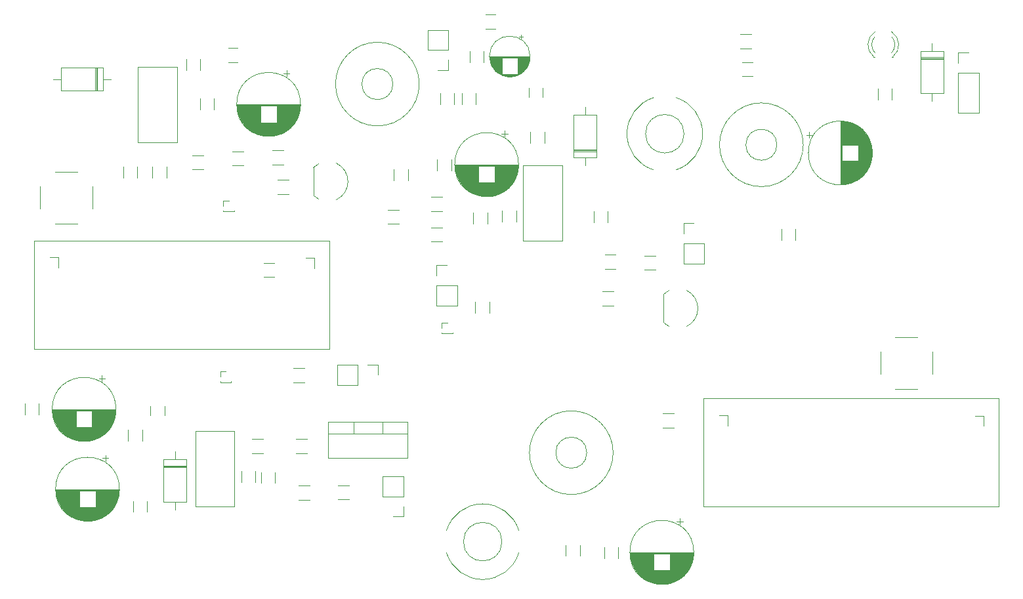
<source format=gbr>
%TF.GenerationSoftware,KiCad,Pcbnew,(6.0.7)*%
%TF.CreationDate,2023-02-10T17:21:08-05:00*%
%TF.ProjectId,Phoenix612_MultiStage_PA_Testing_v3,50686f65-6e69-4783-9631-325f4d756c74,rev?*%
%TF.SameCoordinates,Original*%
%TF.FileFunction,Legend,Top*%
%TF.FilePolarity,Positive*%
%FSLAX46Y46*%
G04 Gerber Fmt 4.6, Leading zero omitted, Abs format (unit mm)*
G04 Created by KiCad (PCBNEW (6.0.7)) date 2023-02-10 17:21:08*
%MOMM*%
%LPD*%
G01*
G04 APERTURE LIST*
%ADD10C,0.120000*%
G04 APERTURE END LIST*
D10*
%TO.C,C31*%
X90146000Y-27414888D02*
X88838000Y-27414888D01*
X92885000Y-28294888D02*
X92226000Y-28294888D01*
X92505000Y-28574888D02*
X92226000Y-28574888D01*
X92569000Y-28534888D02*
X92226000Y-28534888D01*
X90146000Y-26813888D02*
X88650000Y-26813888D01*
X93433000Y-27614888D02*
X92226000Y-27614888D01*
X93766000Y-26333888D02*
X88606000Y-26333888D01*
X90146000Y-27494888D02*
X88876000Y-27494888D01*
X90146000Y-28174888D02*
X89360000Y-28174888D01*
X90146000Y-27774888D02*
X89037000Y-27774888D01*
X90146000Y-27054888D02*
X88706000Y-27054888D01*
X90146000Y-27814888D02*
X89064000Y-27814888D01*
X92629000Y-28494888D02*
X92226000Y-28494888D01*
X93765000Y-26413888D02*
X88607000Y-26413888D01*
X93221000Y-27934888D02*
X92226000Y-27934888D01*
X91704000Y-28894888D02*
X90668000Y-28894888D01*
X93641000Y-27134888D02*
X92226000Y-27134888D01*
X93410000Y-27654888D02*
X92226000Y-27654888D01*
X90146000Y-27454888D02*
X88857000Y-27454888D01*
X90146000Y-28254888D02*
X89443000Y-28254888D01*
X90146000Y-27974888D02*
X89182000Y-27974888D01*
X90146000Y-28574888D02*
X89867000Y-28574888D01*
X90146000Y-28614888D02*
X89935000Y-28614888D01*
X90146000Y-28134888D02*
X89322000Y-28134888D01*
X90146000Y-26893888D02*
X88666000Y-26893888D01*
X93722000Y-26813888D02*
X92226000Y-26813888D01*
X93666000Y-27054888D02*
X92226000Y-27054888D01*
X93600000Y-27254888D02*
X92226000Y-27254888D01*
X90146000Y-27013888D02*
X88695000Y-27013888D01*
X91863000Y-28854888D02*
X90509000Y-28854888D01*
X93361000Y-27734888D02*
X92226000Y-27734888D01*
X90146000Y-27094888D02*
X88718000Y-27094888D01*
X92971000Y-28214888D02*
X92226000Y-28214888D01*
X90146000Y-28494888D02*
X89743000Y-28494888D01*
X93123000Y-28054888D02*
X92226000Y-28054888D01*
X93335000Y-27774888D02*
X92226000Y-27774888D01*
X93515000Y-27454888D02*
X92226000Y-27454888D01*
X90146000Y-26693888D02*
X88630000Y-26693888D01*
X90146000Y-28534888D02*
X89803000Y-28534888D01*
X93697000Y-26933888D02*
X92226000Y-26933888D01*
X92284000Y-28694888D02*
X90088000Y-28694888D01*
X92929000Y-28254888D02*
X92226000Y-28254888D01*
X90146000Y-26573888D02*
X88617000Y-26573888D01*
X90146000Y-26853888D02*
X88658000Y-26853888D01*
X93729000Y-26773888D02*
X92226000Y-26773888D01*
X93762000Y-26493888D02*
X88610000Y-26493888D01*
X93281000Y-27854888D02*
X92226000Y-27854888D01*
X90146000Y-27574888D02*
X88918000Y-27574888D01*
X93568000Y-27334888D02*
X92226000Y-27334888D01*
X90146000Y-26973888D02*
X88685000Y-26973888D01*
X93714000Y-26853888D02*
X92226000Y-26853888D01*
X93766000Y-26373888D02*
X88606000Y-26373888D01*
X93551000Y-27374888D02*
X92226000Y-27374888D01*
X90146000Y-28334888D02*
X89533000Y-28334888D01*
X93687000Y-26973888D02*
X92226000Y-26973888D01*
X93747000Y-26653888D02*
X92226000Y-26653888D01*
X93386000Y-27694888D02*
X92226000Y-27694888D01*
X90146000Y-27934888D02*
X89151000Y-27934888D01*
X93012000Y-28174888D02*
X92226000Y-28174888D01*
X90146000Y-26733888D02*
X88636000Y-26733888D01*
X93628000Y-27174888D02*
X92226000Y-27174888D01*
X93706000Y-26893888D02*
X92226000Y-26893888D01*
X93736000Y-26733888D02*
X92226000Y-26733888D01*
X90146000Y-27734888D02*
X89011000Y-27734888D01*
X90146000Y-27294888D02*
X88788000Y-27294888D01*
X93764000Y-26453888D02*
X88608000Y-26453888D01*
X93759000Y-26533888D02*
X88613000Y-26533888D01*
X93755000Y-26573888D02*
X92226000Y-26573888D01*
X90146000Y-26933888D02*
X88675000Y-26933888D01*
X90146000Y-28214888D02*
X89401000Y-28214888D01*
X93476000Y-27534888D02*
X92226000Y-27534888D01*
X93251000Y-27894888D02*
X92226000Y-27894888D01*
X90146000Y-27374888D02*
X88821000Y-27374888D01*
X92839000Y-28334888D02*
X92226000Y-28334888D01*
X93742000Y-26693888D02*
X92226000Y-26693888D01*
X90146000Y-28054888D02*
X89249000Y-28054888D01*
X90146000Y-27174888D02*
X88744000Y-27174888D01*
X90146000Y-27894888D02*
X89121000Y-27894888D01*
X90146000Y-27614888D02*
X88939000Y-27614888D01*
X90146000Y-28094888D02*
X89285000Y-28094888D01*
X90146000Y-27134888D02*
X88731000Y-27134888D01*
X90146000Y-27654888D02*
X88962000Y-27654888D01*
X93584000Y-27294888D02*
X92226000Y-27294888D01*
X92661000Y-23529113D02*
X92661000Y-24029113D01*
X90146000Y-28374888D02*
X89581000Y-28374888D01*
X91991000Y-28814888D02*
X90381000Y-28814888D01*
X92437000Y-28614888D02*
X92226000Y-28614888D01*
X90146000Y-27214888D02*
X88758000Y-27214888D01*
X90146000Y-26613888D02*
X88621000Y-26613888D01*
X91470000Y-28934888D02*
X90902000Y-28934888D01*
X93614000Y-27214888D02*
X92226000Y-27214888D01*
X92197000Y-28734888D02*
X90175000Y-28734888D01*
X90146000Y-27334888D02*
X88804000Y-27334888D01*
X93190000Y-27974888D02*
X92226000Y-27974888D01*
X92686000Y-28454888D02*
X92226000Y-28454888D01*
X92364000Y-28654888D02*
X90008000Y-28654888D01*
X93308000Y-27814888D02*
X92226000Y-27814888D01*
X90146000Y-27694888D02*
X88986000Y-27694888D01*
X90146000Y-27254888D02*
X88772000Y-27254888D01*
X92911000Y-23779113D02*
X92411000Y-23779113D01*
X93534000Y-27414888D02*
X92226000Y-27414888D01*
X93157000Y-28014888D02*
X92226000Y-28014888D01*
X93677000Y-27013888D02*
X92226000Y-27013888D01*
X90146000Y-27854888D02*
X89091000Y-27854888D01*
X90146000Y-26653888D02*
X88625000Y-26653888D01*
X90146000Y-27534888D02*
X88896000Y-27534888D01*
X93454000Y-27574888D02*
X92226000Y-27574888D01*
X92740000Y-28414888D02*
X92226000Y-28414888D01*
X93496000Y-27494888D02*
X92226000Y-27494888D01*
X90146000Y-28414888D02*
X89632000Y-28414888D01*
X92101000Y-28774888D02*
X90271000Y-28774888D01*
X90146000Y-28014888D02*
X89215000Y-28014888D01*
X93751000Y-26613888D02*
X92226000Y-26613888D01*
X90146000Y-28454888D02*
X89686000Y-28454888D01*
X93087000Y-28094888D02*
X92226000Y-28094888D01*
X90146000Y-26773888D02*
X88643000Y-26773888D01*
X92791000Y-28374888D02*
X92226000Y-28374888D01*
X93654000Y-27094888D02*
X92226000Y-27094888D01*
X90146000Y-28294888D02*
X89487000Y-28294888D01*
X93050000Y-28134888D02*
X92226000Y-28134888D01*
X93806000Y-26333888D02*
G75*
G03*
X93806000Y-26333888I-2620000J0D01*
G01*
%TO.C,R14*%
X49445500Y-26631785D02*
X49445500Y-28085913D01*
X51265500Y-26631785D02*
X51265500Y-28085913D01*
%TO.C,D5*%
X147139000Y-26676849D02*
X144199000Y-26676849D01*
X147139000Y-25656849D02*
X144199000Y-25656849D01*
X147139000Y-26436849D02*
X144199000Y-26436849D01*
X147139000Y-31096849D02*
X147139000Y-25656849D01*
X144199000Y-25656849D02*
X144199000Y-31096849D01*
X147139000Y-26556849D02*
X144199000Y-26556849D01*
X144199000Y-31096849D02*
X147139000Y-31096849D01*
X145669000Y-24636849D02*
X145669000Y-25656849D01*
X145669000Y-32116849D02*
X145669000Y-31096849D01*
%TO.C,R6*%
X57946936Y-77531000D02*
X59401064Y-77531000D01*
X57946936Y-75711000D02*
X59401064Y-75711000D01*
%TO.C,J6*%
X77466500Y-83103000D02*
X74806500Y-83103000D01*
X77466500Y-83103000D02*
X77466500Y-80503000D01*
X74806500Y-83103000D02*
X74806500Y-80503000D01*
X77466500Y-80503000D02*
X74806500Y-80503000D01*
X77466500Y-85703000D02*
X76136500Y-85703000D01*
X77466500Y-84373000D02*
X77466500Y-85703000D01*
%TO.C,L5*%
X88107436Y-20934000D02*
X89311564Y-20934000D01*
X88107436Y-22754000D02*
X89311564Y-22754000D01*
%TO.C,C8*%
X87161500Y-42133849D02*
X84554500Y-42133849D01*
X87161500Y-42173849D02*
X84574500Y-42173849D01*
X92275500Y-40532849D02*
X89241500Y-40532849D01*
X90235500Y-43853849D02*
X86167500Y-43853849D01*
X91905500Y-42013849D02*
X89241500Y-42013849D01*
X87161500Y-40852849D02*
X84159500Y-40852849D01*
X91807500Y-42213849D02*
X89241500Y-42213849D01*
X87161500Y-41333849D02*
X84254500Y-41333849D01*
X88969500Y-44333849D02*
X87433500Y-44333849D01*
X90601500Y-43613849D02*
X85801500Y-43613849D01*
X92064500Y-41613849D02*
X89241500Y-41613849D01*
X91068500Y-43213849D02*
X85334500Y-43213849D01*
X87161500Y-41413849D02*
X84276500Y-41413849D01*
X91481500Y-42733849D02*
X84921500Y-42733849D01*
X87161500Y-41013849D02*
X84184500Y-41013849D01*
X91510500Y-42693849D02*
X84892500Y-42693849D01*
X90091500Y-43933849D02*
X86311500Y-43933849D01*
X92262500Y-40692849D02*
X89241500Y-40692849D01*
X91694500Y-42413849D02*
X89241500Y-42413849D01*
X91670500Y-42453849D02*
X89241500Y-42453849D01*
X87161500Y-41533849D02*
X84312500Y-41533849D01*
X89846500Y-44053849D02*
X86556500Y-44053849D01*
X91923500Y-41973849D02*
X89241500Y-41973849D01*
X92177500Y-41213849D02*
X89241500Y-41213849D01*
X87161500Y-42053849D02*
X84515500Y-42053849D01*
X87161500Y-41053849D02*
X84191500Y-41053849D01*
X91027500Y-43253849D02*
X85375500Y-43253849D01*
X92051500Y-41653849D02*
X89241500Y-41653849D01*
X92090500Y-41533849D02*
X89241500Y-41533849D01*
X87161500Y-41373849D02*
X84265500Y-41373849D01*
X87161500Y-42573849D02*
X84809500Y-42573849D01*
X92036500Y-41693849D02*
X89241500Y-41693849D01*
X87161500Y-41613849D02*
X84338500Y-41613849D01*
X91451500Y-42773849D02*
X84951500Y-42773849D01*
X91146500Y-43133849D02*
X85256500Y-43133849D01*
X89654500Y-44133849D02*
X86748500Y-44133849D01*
X87161500Y-40652849D02*
X84136500Y-40652849D01*
X92186500Y-41173849D02*
X89241500Y-41173849D01*
X87161500Y-42413849D02*
X84708500Y-42413849D01*
X91763500Y-42293849D02*
X89241500Y-42293849D01*
X92137500Y-41373849D02*
X89241500Y-41373849D01*
X92126500Y-41413849D02*
X89241500Y-41413849D01*
X91785500Y-42253849D02*
X89241500Y-42253849D01*
X87161500Y-42013849D02*
X84497500Y-42013849D01*
X87161500Y-40732849D02*
X84144500Y-40732849D01*
X92269500Y-40612849D02*
X89241500Y-40612849D01*
X87161500Y-40532849D02*
X84127500Y-40532849D01*
X91941500Y-41933849D02*
X89241500Y-41933849D01*
X90985500Y-43293849D02*
X85417500Y-43293849D01*
X87161500Y-41093849D02*
X84199500Y-41093849D01*
X90014500Y-43973849D02*
X86388500Y-43973849D01*
X91421500Y-42813849D02*
X84981500Y-42813849D01*
X87161500Y-41933849D02*
X84461500Y-41933849D01*
X92258500Y-40732849D02*
X89241500Y-40732849D01*
X87161500Y-41573849D02*
X84324500Y-41573849D01*
X88734500Y-44373849D02*
X87668500Y-44373849D01*
X89149500Y-44293849D02*
X87253500Y-44293849D01*
X90546500Y-43653849D02*
X85856500Y-43653849D01*
X92266500Y-40652849D02*
X89241500Y-40652849D01*
X90942500Y-43333849D02*
X85460500Y-43333849D01*
X90655500Y-43573849D02*
X85747500Y-43573849D01*
X87161500Y-41453849D02*
X84287500Y-41453849D01*
X89753500Y-44093849D02*
X86649500Y-44093849D01*
X87161500Y-41213849D02*
X84225500Y-41213849D01*
X91848500Y-42133849D02*
X89241500Y-42133849D01*
X91828500Y-42173849D02*
X89241500Y-42173849D01*
X91593500Y-42573849D02*
X89241500Y-42573849D01*
X90488500Y-43693849D02*
X85914500Y-43693849D01*
X90165500Y-43893849D02*
X86237500Y-43893849D01*
X87161500Y-40612849D02*
X84133500Y-40612849D01*
X87161500Y-42493849D02*
X84757500Y-42493849D01*
X91220500Y-43053849D02*
X85182500Y-43053849D01*
X92249500Y-40812849D02*
X89241500Y-40812849D01*
X92243500Y-40852849D02*
X89241500Y-40852849D01*
X89430500Y-44213849D02*
X86972500Y-44213849D01*
X92195500Y-41133849D02*
X89241500Y-41133849D01*
X90516500Y-35883151D02*
X90516500Y-36683151D01*
X87161500Y-42253849D02*
X84617500Y-42253849D01*
X90852500Y-43413849D02*
X85550500Y-43413849D01*
X91539500Y-42653849D02*
X84863500Y-42653849D01*
X87161500Y-42533849D02*
X84783500Y-42533849D01*
X91619500Y-42533849D02*
X89241500Y-42533849D01*
X87161500Y-42293849D02*
X84639500Y-42293849D01*
X87161500Y-41813849D02*
X84411500Y-41813849D01*
X87161500Y-41853849D02*
X84427500Y-41853849D01*
X90757500Y-43493849D02*
X85645500Y-43493849D01*
X92115500Y-41453849D02*
X89241500Y-41453849D01*
X92103500Y-41493849D02*
X89241500Y-41493849D01*
X89299500Y-44253849D02*
X87103500Y-44253849D01*
X87161500Y-42213849D02*
X84595500Y-42213849D01*
X87161500Y-40892849D02*
X84164500Y-40892849D01*
X90805500Y-43453849D02*
X85597500Y-43453849D01*
X91325500Y-42933849D02*
X85077500Y-42933849D01*
X87161500Y-41133849D02*
X84207500Y-41133849D01*
X92280500Y-40412849D02*
X84122500Y-40412849D01*
X90706500Y-43533849D02*
X85696500Y-43533849D01*
X92006500Y-41773849D02*
X89241500Y-41773849D01*
X92168500Y-41253849D02*
X89241500Y-41253849D01*
X91184500Y-43093849D02*
X85218500Y-43093849D01*
X91357500Y-42893849D02*
X85045500Y-42893849D01*
X91108500Y-43173849D02*
X85294500Y-43173849D01*
X87161500Y-41293849D02*
X84244500Y-41293849D01*
X92277500Y-40492849D02*
X84125500Y-40492849D01*
X87161500Y-40812849D02*
X84153500Y-40812849D01*
X90916500Y-36283151D02*
X90116500Y-36283151D01*
X87161500Y-40772849D02*
X84149500Y-40772849D01*
X87161500Y-41253849D02*
X84234500Y-41253849D01*
X91975500Y-41853849D02*
X89241500Y-41853849D01*
X87161500Y-40572849D02*
X84130500Y-40572849D01*
X87161500Y-40692849D02*
X84140500Y-40692849D01*
X91566500Y-42613849D02*
X84836500Y-42613849D01*
X92281500Y-40332849D02*
X84121500Y-40332849D01*
X92225500Y-40972849D02*
X89241500Y-40972849D01*
X92218500Y-41013849D02*
X89241500Y-41013849D01*
X91991500Y-41813849D02*
X89241500Y-41813849D01*
X87161500Y-42333849D02*
X84661500Y-42333849D01*
X91256500Y-43013849D02*
X85146500Y-43013849D01*
X87161500Y-42093849D02*
X84535500Y-42093849D01*
X92281500Y-40372849D02*
X84121500Y-40372849D01*
X89547500Y-44173849D02*
X86855500Y-44173849D01*
X92203500Y-41093849D02*
X89241500Y-41093849D01*
X92148500Y-41333849D02*
X89241500Y-41333849D01*
X91390500Y-42853849D02*
X85012500Y-42853849D01*
X92272500Y-40572849D02*
X89241500Y-40572849D01*
X91718500Y-42373849D02*
X89241500Y-42373849D01*
X90303500Y-43813849D02*
X86099500Y-43813849D01*
X87161500Y-40972849D02*
X84177500Y-40972849D01*
X91741500Y-42333849D02*
X89241500Y-42333849D01*
X87161500Y-41733849D02*
X84380500Y-41733849D01*
X87161500Y-41493849D02*
X84299500Y-41493849D01*
X92022500Y-41733849D02*
X89241500Y-41733849D01*
X90429500Y-43733849D02*
X85973500Y-43733849D01*
X87161500Y-42373849D02*
X84684500Y-42373849D01*
X87161500Y-41773849D02*
X84396500Y-41773849D01*
X89932500Y-44013849D02*
X86470500Y-44013849D01*
X91645500Y-42493849D02*
X89241500Y-42493849D01*
X90898500Y-43373849D02*
X85504500Y-43373849D01*
X87161500Y-40932849D02*
X84171500Y-40932849D01*
X92158500Y-41293849D02*
X89241500Y-41293849D01*
X87161500Y-41173849D02*
X84216500Y-41173849D01*
X91958500Y-41893849D02*
X89241500Y-41893849D01*
X87161500Y-41973849D02*
X84479500Y-41973849D01*
X91887500Y-42053849D02*
X89241500Y-42053849D01*
X92238500Y-40892849D02*
X89241500Y-40892849D01*
X92278500Y-40452849D02*
X84124500Y-40452849D01*
X92211500Y-41053849D02*
X89241500Y-41053849D01*
X92231500Y-40932849D02*
X89241500Y-40932849D01*
X92078500Y-41573849D02*
X89241500Y-41573849D01*
X92281500Y-40292849D02*
X84121500Y-40292849D01*
X87161500Y-41893849D02*
X84444500Y-41893849D01*
X90367500Y-43773849D02*
X86035500Y-43773849D01*
X87161500Y-41693849D02*
X84366500Y-41693849D01*
X91291500Y-42973849D02*
X85111500Y-42973849D01*
X92253500Y-40772849D02*
X89241500Y-40772849D01*
X87161500Y-41653849D02*
X84351500Y-41653849D01*
X87161500Y-42453849D02*
X84732500Y-42453849D01*
X91867500Y-42093849D02*
X89241500Y-42093849D01*
X92321500Y-40292849D02*
G75*
G03*
X92321500Y-40292849I-4120000J0D01*
G01*
%TO.C,R17*%
X80997436Y-48419849D02*
X82451564Y-48419849D01*
X80997436Y-50239849D02*
X82451564Y-50239849D01*
%TO.C,R2*%
X104551564Y-58494849D02*
X103097436Y-58494849D01*
X104551564Y-56674849D02*
X103097436Y-56674849D01*
%TO.C,J11*%
X83245000Y-28122349D02*
X81915000Y-28122349D01*
X83245000Y-25522349D02*
X83245000Y-22922349D01*
X80585000Y-25522349D02*
X80585000Y-22922349D01*
X83245000Y-26792349D02*
X83245000Y-28122349D01*
X83245000Y-25522349D02*
X80585000Y-25522349D01*
X83245000Y-22922349D02*
X80585000Y-22922349D01*
%TO.C,R4*%
X93832000Y-36029785D02*
X93832000Y-37483913D01*
X95652000Y-36029785D02*
X95652000Y-37483913D01*
%TO.C,J8*%
X139012000Y-67353349D02*
X139012000Y-64453349D01*
X145722000Y-67353349D02*
X145722000Y-64453349D01*
X140917000Y-69258349D02*
X143817000Y-69258349D01*
X140917000Y-62548349D02*
X143817000Y-62548349D01*
%TO.C,C11*%
X56557500Y-79846748D02*
X56557500Y-81269252D01*
X58377500Y-79846748D02*
X58377500Y-81269252D01*
%TO.C,C15*%
X120954748Y-23464349D02*
X122377252Y-23464349D01*
X120954748Y-25284349D02*
X122377252Y-25284349D01*
%TO.C,J3*%
X113605000Y-53067849D02*
X116265000Y-53067849D01*
X113605000Y-50467849D02*
X116265000Y-50467849D01*
X116265000Y-50467849D02*
X116265000Y-53067849D01*
X113605000Y-50467849D02*
X113605000Y-53067849D01*
X113605000Y-49197849D02*
X113605000Y-47867849D01*
X113605000Y-47867849D02*
X114935000Y-47867849D01*
%TO.C,RV3*%
X48250000Y-27690849D02*
X48250000Y-37460849D01*
X48250000Y-27690849D02*
X43180000Y-27690849D01*
X43180000Y-27690849D02*
X43180000Y-37460849D01*
X48250000Y-37460849D02*
X43180000Y-37460849D01*
%TO.C,C17*%
X105177000Y-89639597D02*
X105177000Y-91062101D01*
X103357000Y-89639597D02*
X103357000Y-91062101D01*
%TO.C,C29*%
X63463000Y-34803349D02*
X61111000Y-34803349D01*
X63698000Y-34403349D02*
X61111000Y-34403349D01*
X62358000Y-35923349D02*
X57784000Y-35923349D01*
X64007000Y-33603349D02*
X61111000Y-33603349D01*
X63655000Y-34483349D02*
X61111000Y-34483349D01*
X59031000Y-34443349D02*
X56465000Y-34443349D01*
X59031000Y-32842349D02*
X56003000Y-32842349D01*
X64073000Y-33323349D02*
X61111000Y-33323349D01*
X59031000Y-33243349D02*
X56054000Y-33243349D01*
X63973000Y-33723349D02*
X61111000Y-33723349D01*
X64123000Y-33002349D02*
X61111000Y-33002349D01*
X62675000Y-35683349D02*
X57467000Y-35683349D01*
X59031000Y-33523349D02*
X56114000Y-33523349D01*
X63380000Y-34923349D02*
X56762000Y-34923349D01*
X62173000Y-36043349D02*
X57969000Y-36043349D01*
X63811000Y-34163349D02*
X61111000Y-34163349D01*
X59031000Y-34043349D02*
X56281000Y-34043349D01*
X59031000Y-33283349D02*
X56061000Y-33283349D01*
X59031000Y-34603349D02*
X56554000Y-34603349D01*
X59031000Y-33403349D02*
X56086000Y-33403349D01*
X64151000Y-32522349D02*
X55991000Y-32522349D01*
X59031000Y-33883349D02*
X56221000Y-33883349D01*
X63321000Y-35003349D02*
X56821000Y-35003349D01*
X62525000Y-35803349D02*
X57617000Y-35803349D01*
X59031000Y-33843349D02*
X56208000Y-33843349D01*
X63260000Y-35083349D02*
X56882000Y-35083349D01*
X62035000Y-36123349D02*
X58107000Y-36123349D01*
X64136000Y-32882349D02*
X61111000Y-32882349D01*
X59031000Y-33363349D02*
X56077000Y-33363349D01*
X63588000Y-34603349D02*
X61111000Y-34603349D01*
X63515000Y-34723349D02*
X61111000Y-34723349D01*
X59031000Y-34203349D02*
X56349000Y-34203349D01*
X59031000Y-32962349D02*
X56014000Y-32962349D01*
X59031000Y-34163349D02*
X56331000Y-34163349D01*
X64047000Y-33443349D02*
X61111000Y-33443349D01*
X63934000Y-33843349D02*
X61111000Y-33843349D01*
X61019000Y-36523349D02*
X59123000Y-36523349D01*
X59031000Y-34763349D02*
X56653000Y-34763349D01*
X62471000Y-35843349D02*
X57671000Y-35843349D01*
X59031000Y-33483349D02*
X56104000Y-33483349D01*
X64151000Y-32562349D02*
X55991000Y-32562349D01*
X63489000Y-34763349D02*
X61111000Y-34763349D01*
X63016000Y-35363349D02*
X57126000Y-35363349D01*
X63948000Y-33803349D02*
X61111000Y-33803349D01*
X63409000Y-34883349D02*
X56733000Y-34883349D01*
X63351000Y-34963349D02*
X56791000Y-34963349D01*
X59031000Y-34243349D02*
X56367000Y-34243349D01*
X59031000Y-34083349D02*
X56297000Y-34083349D01*
X59031000Y-33763349D02*
X56182000Y-33763349D01*
X62855000Y-35523349D02*
X57287000Y-35523349D01*
X63892000Y-33963349D02*
X61111000Y-33963349D01*
X62576000Y-35763349D02*
X57566000Y-35763349D01*
X61623000Y-36323349D02*
X58519000Y-36323349D01*
X61169000Y-36483349D02*
X58973000Y-36483349D01*
X63793000Y-34203349D02*
X61111000Y-34203349D01*
X63564000Y-34643349D02*
X61111000Y-34643349D01*
X59031000Y-34403349D02*
X56444000Y-34403349D01*
X63828000Y-34123349D02*
X61111000Y-34123349D01*
X63876000Y-34003349D02*
X61111000Y-34003349D01*
X62299000Y-35963349D02*
X57843000Y-35963349D01*
X59031000Y-32802349D02*
X56000000Y-32802349D01*
X59031000Y-33683349D02*
X56157000Y-33683349D01*
X59031000Y-32882349D02*
X56006000Y-32882349D01*
X64088000Y-33243349D02*
X61111000Y-33243349D01*
X61524000Y-36363349D02*
X58618000Y-36363349D01*
X64108000Y-33122349D02*
X61111000Y-33122349D01*
X63775000Y-34243349D02*
X61111000Y-34243349D01*
X59031000Y-33002349D02*
X56019000Y-33002349D01*
X59031000Y-33923349D02*
X56236000Y-33923349D01*
X61884000Y-36203349D02*
X58258000Y-36203349D01*
X59031000Y-34643349D02*
X56578000Y-34643349D01*
X64132000Y-32922349D02*
X61111000Y-32922349D01*
X63436000Y-34843349D02*
X56706000Y-34843349D01*
X60839000Y-36563349D02*
X59303000Y-36563349D01*
X59031000Y-34803349D02*
X56679000Y-34803349D01*
X59031000Y-32762349D02*
X55997000Y-32762349D01*
X63921000Y-33883349D02*
X61111000Y-33883349D01*
X61802000Y-36243349D02*
X58340000Y-36243349D01*
X63633000Y-34523349D02*
X61111000Y-34523349D01*
X63126000Y-35243349D02*
X57016000Y-35243349D01*
X60604000Y-36603349D02*
X59538000Y-36603349D01*
X63960000Y-33763349D02*
X61111000Y-33763349D01*
X63906000Y-33923349D02*
X61111000Y-33923349D01*
X62978000Y-35403349D02*
X57164000Y-35403349D01*
X62237000Y-36003349D02*
X57905000Y-36003349D01*
X62722000Y-35643349D02*
X57420000Y-35643349D01*
X64028000Y-33523349D02*
X61111000Y-33523349D01*
X62105000Y-36083349D02*
X58037000Y-36083349D01*
X63861000Y-34043349D02*
X61111000Y-34043349D01*
X64113000Y-33082349D02*
X61111000Y-33082349D01*
X59031000Y-33162349D02*
X56041000Y-33162349D01*
X59031000Y-34123349D02*
X56314000Y-34123349D01*
X59031000Y-32922349D02*
X56010000Y-32922349D01*
X64119000Y-33042349D02*
X61111000Y-33042349D01*
X63227000Y-35123349D02*
X56915000Y-35123349D01*
X63677000Y-34443349D02*
X61111000Y-34443349D01*
X59031000Y-33122349D02*
X56034000Y-33122349D01*
X62386000Y-28112651D02*
X62386000Y-28912651D01*
X63090000Y-35283349D02*
X57052000Y-35283349D01*
X64081000Y-33283349D02*
X61111000Y-33283349D01*
X59031000Y-33082349D02*
X56029000Y-33082349D01*
X59031000Y-33643349D02*
X56146000Y-33643349D01*
X59031000Y-34683349D02*
X56602000Y-34683349D01*
X59031000Y-33563349D02*
X56124000Y-33563349D01*
X61716000Y-36283349D02*
X58426000Y-36283349D01*
X59031000Y-34003349D02*
X56266000Y-34003349D01*
X61961000Y-36163349D02*
X58181000Y-36163349D01*
X62768000Y-35603349D02*
X57374000Y-35603349D01*
X59031000Y-34363349D02*
X56424000Y-34363349D01*
X63757000Y-34283349D02*
X61111000Y-34283349D01*
X59031000Y-33042349D02*
X56023000Y-33042349D01*
X59031000Y-34723349D02*
X56627000Y-34723349D01*
X64147000Y-32722349D02*
X55995000Y-32722349D01*
X59031000Y-33963349D02*
X56250000Y-33963349D01*
X63718000Y-34363349D02*
X61111000Y-34363349D01*
X63996000Y-33643349D02*
X61111000Y-33643349D01*
X64101000Y-33162349D02*
X61111000Y-33162349D01*
X64148000Y-32682349D02*
X55994000Y-32682349D01*
X64139000Y-32842349D02*
X61111000Y-32842349D01*
X63291000Y-35043349D02*
X56851000Y-35043349D01*
X63054000Y-35323349D02*
X57088000Y-35323349D01*
X62627000Y-35723349D02*
X57515000Y-35723349D01*
X59031000Y-33323349D02*
X56069000Y-33323349D01*
X64142000Y-32802349D02*
X61111000Y-32802349D01*
X63737000Y-34323349D02*
X61111000Y-34323349D01*
X62416000Y-35883349D02*
X57726000Y-35883349D01*
X64150000Y-32642349D02*
X55992000Y-32642349D01*
X59031000Y-33803349D02*
X56194000Y-33803349D01*
X59031000Y-34483349D02*
X56487000Y-34483349D01*
X64145000Y-32762349D02*
X61111000Y-32762349D01*
X59031000Y-34323349D02*
X56405000Y-34323349D01*
X61300000Y-36443349D02*
X58842000Y-36443349D01*
X62897000Y-35483349D02*
X57245000Y-35483349D01*
X59031000Y-33443349D02*
X56095000Y-33443349D01*
X62938000Y-35443349D02*
X57204000Y-35443349D01*
X63611000Y-34563349D02*
X61111000Y-34563349D01*
X63195000Y-35163349D02*
X56947000Y-35163349D01*
X64065000Y-33363349D02*
X61111000Y-33363349D01*
X64095000Y-33202349D02*
X61111000Y-33202349D01*
X61417000Y-36403349D02*
X58725000Y-36403349D01*
X64038000Y-33483349D02*
X61111000Y-33483349D01*
X63985000Y-33683349D02*
X61111000Y-33683349D01*
X63540000Y-34683349D02*
X61111000Y-34683349D01*
X63161000Y-35203349D02*
X56981000Y-35203349D01*
X64128000Y-32962349D02*
X61111000Y-32962349D01*
X63845000Y-34083349D02*
X61111000Y-34083349D01*
X59031000Y-33603349D02*
X56135000Y-33603349D01*
X64018000Y-33563349D02*
X61111000Y-33563349D01*
X59031000Y-34283349D02*
X56385000Y-34283349D01*
X59031000Y-33723349D02*
X56169000Y-33723349D01*
X62812000Y-35563349D02*
X57330000Y-35563349D01*
X59031000Y-34523349D02*
X56509000Y-34523349D01*
X64151000Y-32602349D02*
X55991000Y-32602349D01*
X64056000Y-33403349D02*
X61111000Y-33403349D01*
X59031000Y-34563349D02*
X56531000Y-34563349D01*
X62786000Y-28512651D02*
X61986000Y-28512651D01*
X59031000Y-33202349D02*
X56047000Y-33202349D01*
X64191000Y-32522349D02*
G75*
G03*
X64191000Y-32522349I-4120000J0D01*
G01*
%TO.C,C18*%
X114696500Y-91571849D02*
X111847500Y-91571849D01*
X109767500Y-91931849D02*
X107050500Y-91931849D01*
X109767500Y-91771849D02*
X106986500Y-91771849D01*
X113591500Y-93331849D02*
X108023500Y-93331849D01*
X109767500Y-92051849D02*
X107103500Y-92051849D01*
X114872500Y-90690849D02*
X111847500Y-90690849D01*
X114774500Y-91291849D02*
X111847500Y-91291849D01*
X109767500Y-91491849D02*
X106893500Y-91491849D01*
X114057500Y-92811849D02*
X107557500Y-92811849D01*
X114657500Y-91691849D02*
X111847500Y-91691849D01*
X112538500Y-94051849D02*
X109076500Y-94051849D01*
X109767500Y-91691849D02*
X106957500Y-91691849D01*
X112452500Y-94091849D02*
X109162500Y-94091849D01*
X109767500Y-92411849D02*
X107290500Y-92411849D01*
X113458500Y-93451849D02*
X108156500Y-93451849D01*
X113897500Y-93011849D02*
X107717500Y-93011849D01*
X114251500Y-92531849D02*
X111847500Y-92531849D01*
X114824500Y-91051849D02*
X111847500Y-91051849D01*
X114642500Y-91731849D02*
X111847500Y-91731849D01*
X114628500Y-91771849D02*
X111847500Y-91771849D01*
X114454500Y-92171849D02*
X111847500Y-92171849D01*
X113548500Y-93371849D02*
X108066500Y-93371849D01*
X114581500Y-91891849D02*
X111847500Y-91891849D01*
X114783500Y-91251849D02*
X111847500Y-91251849D01*
X114886500Y-90450849D02*
X106728500Y-90450849D01*
X113633500Y-93291849D02*
X107981500Y-93291849D01*
X112909500Y-93851849D02*
X108705500Y-93851849D01*
X114817500Y-91091849D02*
X111847500Y-91091849D01*
X114324500Y-92411849D02*
X111847500Y-92411849D01*
X114875500Y-90650849D02*
X111847500Y-90650849D01*
X114564500Y-91931849D02*
X111847500Y-91931849D01*
X109767500Y-90650849D02*
X106739500Y-90650849D01*
X114413500Y-92251849D02*
X111847500Y-92251849D01*
X113261500Y-93611849D02*
X108353500Y-93611849D01*
X109767500Y-91971849D02*
X107067500Y-91971849D01*
X113931500Y-92971849D02*
X107683500Y-92971849D01*
X114199500Y-92611849D02*
X111847500Y-92611849D01*
X114369500Y-92331849D02*
X111847500Y-92331849D01*
X109767500Y-91851849D02*
X107017500Y-91851849D01*
X113963500Y-92931849D02*
X107651500Y-92931849D01*
X113996500Y-92891849D02*
X107618500Y-92891849D01*
X114116500Y-92731849D02*
X107498500Y-92731849D01*
X114225500Y-92571849D02*
X111847500Y-92571849D01*
X114837500Y-90970849D02*
X111847500Y-90970849D01*
X109767500Y-91531849D02*
X106905500Y-91531849D01*
X114764500Y-91331849D02*
X111847500Y-91331849D01*
X114849500Y-90890849D02*
X111847500Y-90890849D01*
X114864500Y-90770849D02*
X111847500Y-90770849D01*
X109767500Y-92251849D02*
X107201500Y-92251849D01*
X114883500Y-90530849D02*
X106731500Y-90530849D01*
X109767500Y-91451849D02*
X106882500Y-91451849D01*
X109767500Y-91371849D02*
X106860500Y-91371849D01*
X113504500Y-93411849D02*
X108110500Y-93411849D01*
X112771500Y-93931849D02*
X108843500Y-93931849D01*
X109767500Y-92211849D02*
X107180500Y-92211849D01*
X109767500Y-90850849D02*
X106759500Y-90850849D01*
X109767500Y-91331849D02*
X106850500Y-91331849D01*
X114801500Y-91171849D02*
X111847500Y-91171849D01*
X111340500Y-94411849D02*
X110274500Y-94411849D01*
X114743500Y-91411849D02*
X111847500Y-91411849D01*
X113790500Y-93131849D02*
X107824500Y-93131849D01*
X112973500Y-93811849D02*
X108641500Y-93811849D01*
X109767500Y-92291849D02*
X107223500Y-92291849D01*
X113522500Y-86321151D02*
X112722500Y-86321151D01*
X114300500Y-92451849D02*
X111847500Y-92451849D01*
X109767500Y-90970849D02*
X106777500Y-90970849D01*
X109767500Y-92611849D02*
X107415500Y-92611849D01*
X112153500Y-94211849D02*
X109461500Y-94211849D01*
X109767500Y-91051849D02*
X106790500Y-91051849D01*
X109767500Y-92491849D02*
X107338500Y-92491849D01*
X113122500Y-85921151D02*
X113122500Y-86721151D01*
X114754500Y-91371849D02*
X111847500Y-91371849D01*
X109767500Y-92531849D02*
X107363500Y-92531849D01*
X109767500Y-92091849D02*
X107121500Y-92091849D01*
X114391500Y-92291849D02*
X111847500Y-92291849D01*
X114172500Y-92651849D02*
X107442500Y-92651849D01*
X109767500Y-90570849D02*
X106733500Y-90570849D01*
X109767500Y-91010849D02*
X106783500Y-91010849D01*
X114844500Y-90930849D02*
X111847500Y-90930849D01*
X113363500Y-93531849D02*
X108251500Y-93531849D01*
X109767500Y-91211849D02*
X106822500Y-91211849D01*
X114878500Y-90610849D02*
X111847500Y-90610849D01*
X109767500Y-91291849D02*
X106840500Y-91291849D01*
X109767500Y-90730849D02*
X106746500Y-90730849D01*
X114511500Y-92051849D02*
X111847500Y-92051849D01*
X113152500Y-93691849D02*
X108462500Y-93691849D01*
X113714500Y-93211849D02*
X107900500Y-93211849D01*
X114547500Y-91971849D02*
X111847500Y-91971849D01*
X114612500Y-91811849D02*
X111847500Y-91811849D01*
X111755500Y-94331849D02*
X109859500Y-94331849D01*
X111905500Y-94291849D02*
X109709500Y-94291849D01*
X114434500Y-92211849D02*
X111847500Y-92211849D01*
X114087500Y-92771849D02*
X107527500Y-92771849D01*
X114881500Y-90570849D02*
X111847500Y-90570849D01*
X114709500Y-91531849D02*
X111847500Y-91531849D01*
X114887500Y-90330849D02*
X106727500Y-90330849D01*
X112359500Y-94131849D02*
X109255500Y-94131849D01*
X109767500Y-90770849D02*
X106750500Y-90770849D01*
X109767500Y-90930849D02*
X106770500Y-90930849D01*
X109767500Y-90690849D02*
X106742500Y-90690849D01*
X109767500Y-91091849D02*
X106797500Y-91091849D01*
X112036500Y-94251849D02*
X109578500Y-94251849D01*
X114732500Y-91451849D02*
X111847500Y-91451849D01*
X114855500Y-90850849D02*
X111847500Y-90850849D01*
X114027500Y-92851849D02*
X107587500Y-92851849D01*
X109767500Y-92131849D02*
X107141500Y-92131849D01*
X114347500Y-92371849D02*
X111847500Y-92371849D01*
X112841500Y-93891849D02*
X108773500Y-93891849D01*
X109767500Y-91571849D02*
X106918500Y-91571849D01*
X113207500Y-93651849D02*
X108407500Y-93651849D01*
X109767500Y-90610849D02*
X106736500Y-90610849D01*
X114859500Y-90810849D02*
X111847500Y-90810849D01*
X114684500Y-91611849D02*
X111847500Y-91611849D01*
X114493500Y-92091849D02*
X111847500Y-92091849D01*
X113752500Y-93171849D02*
X107862500Y-93171849D01*
X109767500Y-90810849D02*
X106755500Y-90810849D01*
X114887500Y-90370849D02*
X106727500Y-90370849D01*
X109767500Y-92451849D02*
X107314500Y-92451849D01*
X111575500Y-94371849D02*
X110039500Y-94371849D01*
X114831500Y-91010849D02*
X111847500Y-91010849D01*
X109767500Y-91891849D02*
X107033500Y-91891849D01*
X109767500Y-92571849D02*
X107389500Y-92571849D01*
X114887500Y-90410849D02*
X106727500Y-90410849D01*
X114868500Y-90730849D02*
X111847500Y-90730849D01*
X113094500Y-93731849D02*
X108520500Y-93731849D01*
X109767500Y-92171849D02*
X107160500Y-92171849D01*
X113411500Y-93491849D02*
X108203500Y-93491849D01*
X109767500Y-92371849D02*
X107267500Y-92371849D01*
X112260500Y-94171849D02*
X109354500Y-94171849D01*
X114529500Y-92011849D02*
X111847500Y-92011849D01*
X109767500Y-92011849D02*
X107085500Y-92011849D01*
X113862500Y-93051849D02*
X107752500Y-93051849D01*
X113674500Y-93251849D02*
X107940500Y-93251849D01*
X109767500Y-91731849D02*
X106972500Y-91731849D01*
X113312500Y-93571849D02*
X108302500Y-93571849D01*
X114792500Y-91211849D02*
X111847500Y-91211849D01*
X109767500Y-91611849D02*
X106930500Y-91611849D01*
X112697500Y-93971849D02*
X108917500Y-93971849D01*
X114721500Y-91491849D02*
X111847500Y-91491849D01*
X109767500Y-91131849D02*
X106805500Y-91131849D01*
X114597500Y-91851849D02*
X111847500Y-91851849D01*
X112620500Y-94011849D02*
X108994500Y-94011849D01*
X114670500Y-91651849D02*
X111847500Y-91651849D01*
X114473500Y-92131849D02*
X111847500Y-92131849D01*
X113035500Y-93771849D02*
X108579500Y-93771849D01*
X114145500Y-92691849D02*
X107469500Y-92691849D01*
X109767500Y-91811849D02*
X107002500Y-91811849D01*
X114809500Y-91131849D02*
X111847500Y-91131849D01*
X109767500Y-91411849D02*
X106871500Y-91411849D01*
X109767500Y-91651849D02*
X106944500Y-91651849D01*
X113826500Y-93091849D02*
X107788500Y-93091849D01*
X114276500Y-92491849D02*
X111847500Y-92491849D01*
X114884500Y-90490849D02*
X106730500Y-90490849D01*
X109767500Y-91251849D02*
X106831500Y-91251849D01*
X109767500Y-90890849D02*
X106765500Y-90890849D01*
X109767500Y-92331849D02*
X107245500Y-92331849D01*
X109767500Y-91171849D02*
X106813500Y-91171849D01*
X114927500Y-90330849D02*
G75*
G03*
X114927500Y-90330849I-4120000J0D01*
G01*
%TO.C,R11*%
X50199936Y-40905349D02*
X51654064Y-40905349D01*
X50199936Y-39085349D02*
X51654064Y-39085349D01*
%TO.C,L1*%
X93641500Y-31580413D02*
X93641500Y-30376285D01*
X95461500Y-31580413D02*
X95461500Y-30376285D01*
%TO.C,C21*%
X98404000Y-89371097D02*
X98404000Y-90793601D01*
X100224000Y-89371097D02*
X100224000Y-90793601D01*
%TO.C,RV2*%
X55679500Y-84427000D02*
X50609500Y-84427000D01*
X50609500Y-74657000D02*
X50609500Y-84427000D01*
X55679500Y-74657000D02*
X50609500Y-74657000D01*
X55679500Y-74657000D02*
X55679500Y-84427000D01*
%TO.C,J9*%
X30617500Y-46017349D02*
X30617500Y-43117349D01*
X37327500Y-46017349D02*
X37327500Y-43117349D01*
X32522500Y-47922349D02*
X35422500Y-47922349D01*
X32522500Y-41212349D02*
X35422500Y-41212349D01*
%TO.C,C23*%
X46884000Y-40554097D02*
X46884000Y-41976601D01*
X45064000Y-40554097D02*
X45064000Y-41976601D01*
%TO.C,R13*%
X62004564Y-38450349D02*
X60550436Y-38450349D01*
X62004564Y-40270349D02*
X60550436Y-40270349D01*
%TO.C,C28*%
X53043500Y-31791097D02*
X53043500Y-33213601D01*
X51223500Y-31791097D02*
X51223500Y-33213601D01*
%TO.C,C26*%
X85005500Y-31092597D02*
X85005500Y-32515101D01*
X86825500Y-31092597D02*
X86825500Y-32515101D01*
%TO.C,C3*%
X88286000Y-46459597D02*
X88286000Y-47882101D01*
X86466000Y-46459597D02*
X86466000Y-47882101D01*
%TO.C,C24*%
X82211500Y-31107097D02*
X82211500Y-32529601D01*
X84031500Y-31107097D02*
X84031500Y-32529601D01*
%TO.C,Q2*%
X67778000Y-73484349D02*
X78018000Y-73484349D01*
X67778000Y-73484349D02*
X67778000Y-78125349D01*
X67778000Y-74994349D02*
X78018000Y-74994349D01*
X67778000Y-78125349D02*
X78018000Y-78125349D01*
X74749000Y-73484349D02*
X74749000Y-74994349D01*
X78018000Y-73484349D02*
X78018000Y-78125349D01*
X71048000Y-73484349D02*
X71048000Y-74994349D01*
%TO.C,U2*%
X31813500Y-52271849D02*
X32923500Y-52271849D01*
X32923500Y-52271849D02*
X32923500Y-53601849D01*
X64833500Y-52317849D02*
X65943500Y-52317849D01*
X65943500Y-52317849D02*
X65943500Y-53647849D01*
X67881500Y-64061849D02*
X29781500Y-64061849D01*
X29781500Y-64061849D02*
X29781500Y-50091849D01*
X29781500Y-50091849D02*
X67881500Y-50091849D01*
X67881500Y-50091849D02*
X67881500Y-64061849D01*
%TO.C,J2*%
X82426500Y-62089500D02*
X82426500Y-61964500D01*
X82426500Y-62089500D02*
X82513224Y-62089500D01*
X82426500Y-61404500D02*
X82426500Y-60719500D01*
X82426500Y-60719500D02*
X83121500Y-60719500D01*
X82426500Y-62089500D02*
X83816500Y-62089500D01*
X83816500Y-62089500D02*
X83816500Y-61964500D01*
X83729776Y-62089500D02*
X83816500Y-62089500D01*
%TO.C,J5*%
X53851500Y-67691000D02*
X53851500Y-67006000D01*
X55241500Y-68376000D02*
X55241500Y-68251000D01*
X55154776Y-68376000D02*
X55241500Y-68376000D01*
X53851500Y-68376000D02*
X53851500Y-68251000D01*
X53851500Y-68376000D02*
X53938224Y-68376000D01*
X53851500Y-68376000D02*
X55241500Y-68376000D01*
X53851500Y-67006000D02*
X54546500Y-67006000D01*
%TO.C,RV1*%
X97970500Y-40390849D02*
X97970500Y-50160849D01*
X97970500Y-40390849D02*
X92900500Y-40390849D01*
X92900500Y-40390849D02*
X92900500Y-50160849D01*
X97970500Y-50160849D02*
X92900500Y-50160849D01*
%TO.C,T2*%
X101125998Y-77470000D02*
G75*
G03*
X101125998Y-77470000I-2002498J0D01*
G01*
X104527202Y-77470000D02*
G75*
G03*
X104527202Y-77470000I-5403702J0D01*
G01*
%TO.C,L4*%
X44810000Y-72651064D02*
X44810000Y-71446936D01*
X46630000Y-72651064D02*
X46630000Y-71446936D01*
%TO.C,D4*%
X138146500Y-26380849D02*
X138302500Y-26380849D01*
X140462500Y-26380849D02*
X140618500Y-26380849D01*
X140618016Y-26380849D02*
G75*
G03*
X140461108Y-23148514I-1235516J1560000D01*
G01*
X138303892Y-23148514D02*
G75*
G03*
X138146984Y-26380849I1078608J-1672335D01*
G01*
X140462500Y-25861810D02*
G75*
G03*
X140462337Y-23779719I-1080000J1040961D01*
G01*
X138302663Y-23779719D02*
G75*
G03*
X138302500Y-25861810I1079837J-1041130D01*
G01*
%TO.C,C2*%
X86720000Y-58016597D02*
X86720000Y-59439101D01*
X88540000Y-58016597D02*
X88540000Y-59439101D01*
%TO.C,C5*%
X81830500Y-39665097D02*
X81830500Y-41087601D01*
X83650500Y-39665097D02*
X83650500Y-41087601D01*
%TO.C,R18*%
X140483000Y-30443785D02*
X140483000Y-31897913D01*
X138663000Y-30443785D02*
X138663000Y-31897913D01*
%TO.C,Q3*%
X65862000Y-40671849D02*
X65862000Y-44271849D01*
X65862000Y-44271849D02*
G75*
G03*
X66589205Y-44796033I1850000J1800000D01*
G01*
X70312000Y-42471849D02*
G75*
G03*
X68810807Y-40115449I-2600000J0D01*
G01*
X68810807Y-44828249D02*
G75*
G03*
X70312000Y-42471849I-1098807J2356400D01*
G01*
X66589205Y-40147665D02*
G75*
G03*
X65862000Y-40671849I1122795J-2324184D01*
G01*
%TO.C,C1*%
X90212500Y-46254597D02*
X90212500Y-47677101D01*
X92032500Y-46254597D02*
X92032500Y-47677101D01*
%TO.C,J10*%
X54232500Y-45656500D02*
X54232500Y-44971500D01*
X54232500Y-46341500D02*
X55622500Y-46341500D01*
X54232500Y-44971500D02*
X54927500Y-44971500D01*
X55535776Y-46341500D02*
X55622500Y-46341500D01*
X54232500Y-46341500D02*
X54319224Y-46341500D01*
X55622500Y-46341500D02*
X55622500Y-46216500D01*
X54232500Y-46341500D02*
X54232500Y-46216500D01*
%TO.C,R9*%
X43772500Y-74496936D02*
X43772500Y-75951064D01*
X41952500Y-74496936D02*
X41952500Y-75951064D01*
%TO.C,C19*%
X39892000Y-84740349D02*
X33514000Y-84740349D01*
X39354000Y-85300349D02*
X34052000Y-85300349D01*
X39953000Y-84660349D02*
X33453000Y-84660349D01*
X38667000Y-85780349D02*
X34739000Y-85780349D01*
X40605000Y-83380349D02*
X37743000Y-83380349D01*
X39259000Y-85380349D02*
X34147000Y-85380349D01*
X35663000Y-82499349D02*
X32635000Y-82499349D01*
X38990000Y-85580349D02*
X34416000Y-85580349D01*
X35663000Y-82619349D02*
X32646000Y-82619349D01*
X37932000Y-86100349D02*
X35474000Y-86100349D01*
X39827000Y-84820349D02*
X33579000Y-84820349D01*
X40733000Y-82819349D02*
X37743000Y-82819349D01*
X35663000Y-82419349D02*
X32629000Y-82419349D01*
X35663000Y-84180349D02*
X33141000Y-84180349D01*
X35663000Y-83300349D02*
X32778000Y-83300349D01*
X40783000Y-82179349D02*
X32623000Y-82179349D01*
X37471000Y-86220349D02*
X35935000Y-86220349D01*
X39648000Y-85020349D02*
X33758000Y-85020349D01*
X35663000Y-83380349D02*
X32801000Y-83380349D01*
X39686000Y-84980349D02*
X33720000Y-84980349D01*
X39529000Y-85140349D02*
X33877000Y-85140349D01*
X40774000Y-82459349D02*
X37743000Y-82459349D01*
X39983000Y-84620349D02*
X33423000Y-84620349D01*
X40041000Y-84540349D02*
X33365000Y-84540349D01*
X40771000Y-82499349D02*
X37743000Y-82499349D01*
X35663000Y-83740349D02*
X32929000Y-83740349D01*
X40407000Y-83900349D02*
X37743000Y-83900349D01*
X35663000Y-83820349D02*
X32963000Y-83820349D01*
X40660000Y-83180349D02*
X37743000Y-83180349D01*
X40508000Y-83660349D02*
X37743000Y-83660349D01*
X35663000Y-82900349D02*
X32686000Y-82900349D01*
X40172000Y-84340349D02*
X37743000Y-84340349D01*
X35663000Y-83940349D02*
X33017000Y-83940349D01*
X38737000Y-85740349D02*
X34669000Y-85740349D01*
X38049000Y-86060349D02*
X35357000Y-86060349D01*
X40780000Y-82339349D02*
X32626000Y-82339349D01*
X35663000Y-83180349D02*
X32746000Y-83180349D01*
X35663000Y-83580349D02*
X32868000Y-83580349D01*
X35663000Y-83260349D02*
X32767000Y-83260349D01*
X40460000Y-83780349D02*
X37743000Y-83780349D01*
X35663000Y-84260349D02*
X33186000Y-84260349D01*
X35663000Y-82699349D02*
X32655000Y-82699349D01*
X39923000Y-84700349D02*
X33483000Y-84700349D01*
X40783000Y-82259349D02*
X32623000Y-82259349D01*
X40639000Y-83260349D02*
X37743000Y-83260349D01*
X39859000Y-84780349D02*
X33547000Y-84780349D01*
X35663000Y-82779349D02*
X32666000Y-82779349D01*
X35663000Y-84340349D02*
X33234000Y-84340349D01*
X40768000Y-82539349D02*
X37743000Y-82539349D01*
X38255000Y-85980349D02*
X35151000Y-85980349D01*
X35663000Y-84300349D02*
X33210000Y-84300349D01*
X40389000Y-83940349D02*
X37743000Y-83940349D01*
X40196000Y-84300349D02*
X37743000Y-84300349D01*
X35663000Y-83020349D02*
X32709000Y-83020349D01*
X38348000Y-85940349D02*
X35058000Y-85940349D01*
X40777000Y-82419349D02*
X37743000Y-82419349D01*
X39610000Y-85060349D02*
X33796000Y-85060349D01*
X39103000Y-85500349D02*
X34303000Y-85500349D01*
X40755000Y-82659349D02*
X37743000Y-82659349D01*
X40783000Y-82219349D02*
X32623000Y-82219349D01*
X40727000Y-82859349D02*
X37743000Y-82859349D01*
X38434000Y-85900349D02*
X34972000Y-85900349D01*
X40095000Y-84460349D02*
X37743000Y-84460349D01*
X35663000Y-83900349D02*
X32999000Y-83900349D01*
X40012000Y-84580349D02*
X33394000Y-84580349D01*
X40287000Y-84140349D02*
X37743000Y-84140349D01*
X35663000Y-83060349D02*
X32718000Y-83060349D01*
X38805000Y-85700349D02*
X34601000Y-85700349D01*
X35663000Y-83340349D02*
X32789000Y-83340349D01*
X35663000Y-83660349D02*
X32898000Y-83660349D01*
X39758000Y-84900349D02*
X33648000Y-84900349D01*
X35663000Y-82739349D02*
X32661000Y-82739349D01*
X40764000Y-82579349D02*
X37743000Y-82579349D01*
X35663000Y-83540349D02*
X32853000Y-83540349D01*
X38869000Y-85660349D02*
X34537000Y-85660349D01*
X40493000Y-83700349D02*
X37743000Y-83700349D01*
X40782000Y-82299349D02*
X32624000Y-82299349D01*
X35663000Y-82940349D02*
X32693000Y-82940349D01*
X40566000Y-83500349D02*
X37743000Y-83500349D01*
X39793000Y-84860349D02*
X33613000Y-84860349D01*
X35663000Y-84460349D02*
X33311000Y-84460349D01*
X40350000Y-84020349D02*
X37743000Y-84020349D01*
X40713000Y-82940349D02*
X37743000Y-82940349D01*
X40720000Y-82900349D02*
X37743000Y-82900349D01*
X40147000Y-84380349D02*
X37743000Y-84380349D01*
X39208000Y-85420349D02*
X34198000Y-85420349D01*
X35663000Y-83860349D02*
X32981000Y-83860349D01*
X40443000Y-83820349D02*
X37743000Y-83820349D01*
X38931000Y-85620349D02*
X34475000Y-85620349D01*
X35663000Y-83460349D02*
X32826000Y-83460349D01*
X35663000Y-83980349D02*
X33037000Y-83980349D01*
X40425000Y-83860349D02*
X37743000Y-83860349D01*
X40617000Y-83340349D02*
X37743000Y-83340349D01*
X40650000Y-83220349D02*
X37743000Y-83220349D01*
X35663000Y-82859349D02*
X32679000Y-82859349D01*
X35663000Y-83700349D02*
X32913000Y-83700349D01*
X35663000Y-84380349D02*
X33259000Y-84380349D01*
X39018000Y-77769651D02*
X39018000Y-78569651D01*
X35663000Y-84060349D02*
X33076000Y-84060349D01*
X39570000Y-85100349D02*
X33836000Y-85100349D01*
X40369000Y-83980349D02*
X37743000Y-83980349D01*
X40679000Y-83100349D02*
X37743000Y-83100349D01*
X40745000Y-82739349D02*
X37743000Y-82739349D01*
X40068000Y-84500349D02*
X33338000Y-84500349D01*
X40265000Y-84180349D02*
X37743000Y-84180349D01*
X40592000Y-83420349D02*
X37743000Y-83420349D01*
X40705000Y-82980349D02*
X37743000Y-82980349D01*
X39307000Y-85340349D02*
X34099000Y-85340349D01*
X35663000Y-84020349D02*
X33056000Y-84020349D01*
X40697000Y-83020349D02*
X37743000Y-83020349D01*
X40538000Y-83580349D02*
X37743000Y-83580349D01*
X39444000Y-85220349D02*
X33962000Y-85220349D01*
X39400000Y-85260349D02*
X34006000Y-85260349D01*
X35663000Y-83780349D02*
X32946000Y-83780349D01*
X40628000Y-83300349D02*
X37743000Y-83300349D01*
X35663000Y-84100349D02*
X33097000Y-84100349D01*
X40330000Y-84060349D02*
X37743000Y-84060349D01*
X37236000Y-86260349D02*
X36170000Y-86260349D01*
X40220000Y-84260349D02*
X37743000Y-84260349D01*
X40553000Y-83540349D02*
X37743000Y-83540349D01*
X40760000Y-82619349D02*
X37743000Y-82619349D01*
X40121000Y-84420349D02*
X37743000Y-84420349D01*
X35663000Y-83420349D02*
X32814000Y-83420349D01*
X40670000Y-83140349D02*
X37743000Y-83140349D01*
X40688000Y-83060349D02*
X37743000Y-83060349D01*
X39157000Y-85460349D02*
X34249000Y-85460349D01*
X35663000Y-84420349D02*
X33285000Y-84420349D01*
X39048000Y-85540349D02*
X34358000Y-85540349D01*
X35663000Y-82980349D02*
X32701000Y-82980349D01*
X35663000Y-82819349D02*
X32673000Y-82819349D01*
X40779000Y-82379349D02*
X32627000Y-82379349D01*
X37651000Y-86180349D02*
X35755000Y-86180349D01*
X35663000Y-84220349D02*
X33163000Y-84220349D01*
X35663000Y-83100349D02*
X32727000Y-83100349D01*
X38516000Y-85860349D02*
X34890000Y-85860349D01*
X38156000Y-86020349D02*
X35250000Y-86020349D01*
X40309000Y-84100349D02*
X37743000Y-84100349D01*
X40740000Y-82779349D02*
X37743000Y-82779349D01*
X35663000Y-82459349D02*
X32632000Y-82459349D01*
X35663000Y-83620349D02*
X32882000Y-83620349D01*
X40580000Y-83460349D02*
X37743000Y-83460349D01*
X35663000Y-82579349D02*
X32642000Y-82579349D01*
X35663000Y-83220349D02*
X32756000Y-83220349D01*
X35663000Y-82659349D02*
X32651000Y-82659349D01*
X40751000Y-82699349D02*
X37743000Y-82699349D01*
X35663000Y-83500349D02*
X32840000Y-83500349D01*
X35663000Y-83140349D02*
X32736000Y-83140349D01*
X40243000Y-84220349D02*
X37743000Y-84220349D01*
X38593000Y-85820349D02*
X34813000Y-85820349D01*
X35663000Y-84140349D02*
X33119000Y-84140349D01*
X37801000Y-86140349D02*
X35605000Y-86140349D01*
X35663000Y-82539349D02*
X32638000Y-82539349D01*
X39722000Y-84940349D02*
X33684000Y-84940349D01*
X39487000Y-85180349D02*
X33919000Y-85180349D01*
X39418000Y-78169651D02*
X38618000Y-78169651D01*
X40524000Y-83620349D02*
X37743000Y-83620349D01*
X40477000Y-83740349D02*
X37743000Y-83740349D01*
X40823000Y-82179349D02*
G75*
G03*
X40823000Y-82179349I-4120000J0D01*
G01*
%TO.C,U1*%
X118173500Y-72655349D02*
X119283500Y-72655349D01*
X151193500Y-72701349D02*
X152303500Y-72701349D01*
X119283500Y-72655349D02*
X119283500Y-73985349D01*
X152303500Y-72701349D02*
X152303500Y-74031349D01*
X154241500Y-84445349D02*
X116141500Y-84445349D01*
X116141500Y-84445349D02*
X116141500Y-70475349D01*
X116141500Y-70475349D02*
X154241500Y-70475349D01*
X154241500Y-70475349D02*
X154241500Y-84445349D01*
%TO.C,R15*%
X75472936Y-46133849D02*
X76927064Y-46133849D01*
X75472936Y-47953849D02*
X76927064Y-47953849D01*
%TO.C,C20*%
X110921748Y-72422849D02*
X112344252Y-72422849D01*
X110921748Y-74242849D02*
X112344252Y-74242849D01*
%TO.C,C7*%
X128037000Y-48618597D02*
X128037000Y-50041101D01*
X126217000Y-48618597D02*
X126217000Y-50041101D01*
%TO.C,C25*%
X41317500Y-40539597D02*
X41317500Y-41962101D01*
X43137500Y-40539597D02*
X43137500Y-41962101D01*
%TO.C,C10*%
X121145248Y-27083849D02*
X122567752Y-27083849D01*
X121145248Y-28903849D02*
X122567752Y-28903849D01*
%TO.C,D2*%
X49476000Y-83786000D02*
X49476000Y-78346000D01*
X49476000Y-79126000D02*
X46536000Y-79126000D01*
X46536000Y-83786000D02*
X49476000Y-83786000D01*
X46536000Y-78346000D02*
X46536000Y-83786000D01*
X49476000Y-78346000D02*
X46536000Y-78346000D01*
X48006000Y-84806000D02*
X48006000Y-83786000D01*
X48006000Y-77326000D02*
X48006000Y-78346000D01*
X49476000Y-79246000D02*
X46536000Y-79246000D01*
X49476000Y-79366000D02*
X46536000Y-79366000D01*
%TO.C,R5*%
X63282936Y-66590500D02*
X64737064Y-66590500D01*
X63282936Y-68410500D02*
X64737064Y-68410500D01*
%TO.C,C30*%
X78062500Y-42357601D02*
X78062500Y-40935097D01*
X76242500Y-42357601D02*
X76242500Y-40935097D01*
%TO.C,R7*%
X65050564Y-77531000D02*
X63596436Y-77531000D01*
X65050564Y-75711000D02*
X63596436Y-75711000D01*
%TO.C,L6*%
X54896936Y-27062349D02*
X56101064Y-27062349D01*
X54896936Y-25242349D02*
X56101064Y-25242349D01*
%TO.C,C27*%
X56845252Y-38577349D02*
X55422748Y-38577349D01*
X56845252Y-40397349D02*
X55422748Y-40397349D01*
%TO.C,R3*%
X110010564Y-53859349D02*
X108556436Y-53859349D01*
X110010564Y-52039349D02*
X108556436Y-52039349D01*
%TO.C,T1*%
X125652498Y-37732349D02*
G75*
G03*
X125652498Y-37732349I-2002498J0D01*
G01*
X129053702Y-37732349D02*
G75*
G03*
X129053702Y-37732349I-5403702J0D01*
G01*
%TO.C,Q1*%
X111010500Y-57054849D02*
X111010500Y-60654849D01*
X111010500Y-60654849D02*
G75*
G03*
X111737705Y-61179033I1850000J1800000D01*
G01*
X113959307Y-61211249D02*
G75*
G03*
X115460500Y-58854849I-1098807J2356400D01*
G01*
X115460500Y-58854849D02*
G75*
G03*
X113959307Y-56498449I-2600000J0D01*
G01*
X111737705Y-56530665D02*
G75*
G03*
X111010500Y-57054849I1122795J-2324184D01*
G01*
%TO.C,R12*%
X62639564Y-42260349D02*
X61185436Y-42260349D01*
X62639564Y-44080349D02*
X61185436Y-44080349D01*
%TO.C,T3*%
X79508202Y-29898849D02*
G75*
G03*
X79508202Y-29898849I-5403702J0D01*
G01*
X76106998Y-29898849D02*
G75*
G03*
X76106998Y-29898849I-2002498J0D01*
G01*
%TO.C,C22*%
X59423248Y-52991849D02*
X60845752Y-52991849D01*
X59423248Y-54811849D02*
X60845752Y-54811849D01*
%TO.C,C9*%
X28617500Y-71161097D02*
X28617500Y-72583601D01*
X30437500Y-71161097D02*
X30437500Y-72583601D01*
%TO.C,C16*%
X44407500Y-83705748D02*
X44407500Y-85128252D01*
X42587500Y-83705748D02*
X42587500Y-85128252D01*
%TO.C,C13*%
X60917500Y-79973748D02*
X60917500Y-81396252D01*
X59097500Y-79973748D02*
X59097500Y-81396252D01*
%TO.C,J12*%
X149038000Y-25855349D02*
X150368000Y-25855349D01*
X149038000Y-27185349D02*
X149038000Y-25855349D01*
X151698000Y-28455349D02*
X151698000Y-33595349D01*
X149038000Y-28455349D02*
X151698000Y-28455349D01*
X149038000Y-28455349D02*
X149038000Y-33595349D01*
X149038000Y-33595349D02*
X151698000Y-33595349D01*
%TO.C,R8*%
X70450064Y-83500000D02*
X68995936Y-83500000D01*
X70450064Y-81680000D02*
X68995936Y-81680000D01*
%TO.C,C4*%
X104865752Y-51912349D02*
X103443248Y-51912349D01*
X104865752Y-53732349D02*
X103443248Y-53732349D01*
%TO.C,D3*%
X33284500Y-30733849D02*
X38724500Y-30733849D01*
X39744500Y-29263849D02*
X38724500Y-29263849D01*
X37704500Y-30733849D02*
X37704500Y-27793849D01*
X38724500Y-27793849D02*
X33284500Y-27793849D01*
X33284500Y-27793849D02*
X33284500Y-30733849D01*
X38724500Y-30733849D02*
X38724500Y-27793849D01*
X32264500Y-29263849D02*
X33284500Y-29263849D01*
X37824500Y-30733849D02*
X37824500Y-27793849D01*
X37944500Y-30733849D02*
X37944500Y-27793849D01*
%TO.C,J1*%
X81728000Y-58465349D02*
X84388000Y-58465349D01*
X81728000Y-55865349D02*
X84388000Y-55865349D01*
X81728000Y-53265349D02*
X83058000Y-53265349D01*
X84388000Y-55865349D02*
X84388000Y-58465349D01*
X81728000Y-55865349D02*
X81728000Y-58465349D01*
X81728000Y-54595349D02*
X81728000Y-53265349D01*
%TO.C,R10*%
X87841500Y-25625436D02*
X87841500Y-27079564D01*
X86021500Y-25625436D02*
X86021500Y-27079564D01*
%TO.C,R16*%
X81062936Y-46302849D02*
X82517064Y-46302849D01*
X81062936Y-44482849D02*
X82517064Y-44482849D01*
%TO.C,D1*%
X99431500Y-38449849D02*
X102371500Y-38449849D01*
X102371500Y-39349849D02*
X102371500Y-33909849D01*
X99431500Y-38329849D02*
X102371500Y-38329849D01*
X100901500Y-32889849D02*
X100901500Y-33909849D01*
X99431500Y-33909849D02*
X99431500Y-39349849D01*
X99431500Y-38569849D02*
X102371500Y-38569849D01*
X100901500Y-40369849D02*
X100901500Y-39349849D01*
X99431500Y-39349849D02*
X102371500Y-39349849D01*
X102371500Y-33909849D02*
X99431500Y-33909849D01*
%TO.C,R1*%
X102023500Y-46316785D02*
X102023500Y-47770913D01*
X103843500Y-46316785D02*
X103843500Y-47770913D01*
%TO.C,C6*%
X39905500Y-73719500D02*
X37298500Y-73719500D01*
X39842500Y-73839500D02*
X37298500Y-73839500D01*
X35218500Y-72679500D02*
X32256500Y-72679500D01*
X35218500Y-73839500D02*
X32674500Y-73839500D01*
X35218500Y-72639500D02*
X32248500Y-72639500D01*
X39414500Y-74479500D02*
X33102500Y-74479500D01*
X38973500Y-67868802D02*
X38173500Y-67868802D01*
X39277500Y-74639500D02*
X33239500Y-74639500D01*
X40234500Y-72799500D02*
X37298500Y-72799500D01*
X35218500Y-72839500D02*
X32291500Y-72839500D01*
X40306500Y-72398500D02*
X37298500Y-72398500D01*
X40332500Y-72118500D02*
X37298500Y-72118500D01*
X40205500Y-72919500D02*
X37298500Y-72919500D01*
X37903500Y-75639500D02*
X34613500Y-75639500D01*
X39885500Y-73759500D02*
X37298500Y-73759500D01*
X37487500Y-75799500D02*
X35029500Y-75799500D01*
X39980500Y-73559500D02*
X37298500Y-73559500D01*
X40323500Y-72238500D02*
X37298500Y-72238500D01*
X40032500Y-73439500D02*
X37298500Y-73439500D01*
X38814500Y-75079500D02*
X33702500Y-75079500D01*
X37810500Y-75679500D02*
X34706500Y-75679500D01*
X40079500Y-73319500D02*
X37298500Y-73319500D01*
X35218500Y-72118500D02*
X32184500Y-72118500D01*
X35218500Y-72999500D02*
X32333500Y-72999500D01*
X39798500Y-73919500D02*
X37298500Y-73919500D01*
X40183500Y-72999500D02*
X37298500Y-72999500D01*
X40338500Y-71958500D02*
X32178500Y-71958500D01*
X39348500Y-74559500D02*
X33168500Y-74559500D01*
X39864500Y-73799500D02*
X37298500Y-73799500D01*
X40334500Y-72078500D02*
X32182500Y-72078500D01*
X40215500Y-72879500D02*
X37298500Y-72879500D01*
X35218500Y-72238500D02*
X32193500Y-72238500D01*
X38573500Y-67468802D02*
X38573500Y-68268802D01*
X39820500Y-73879500D02*
X37298500Y-73879500D01*
X35218500Y-72719500D02*
X32264500Y-72719500D01*
X35218500Y-74079500D02*
X32814500Y-74079500D01*
X40338500Y-71878500D02*
X32178500Y-71878500D01*
X35218500Y-72478500D02*
X32221500Y-72478500D01*
X40063500Y-73359500D02*
X37298500Y-73359500D01*
X35218500Y-72879500D02*
X32301500Y-72879500D01*
X35218500Y-72398500D02*
X32210500Y-72398500D01*
X39727500Y-74039500D02*
X37298500Y-74039500D01*
X38292500Y-75439500D02*
X34224500Y-75439500D01*
X40260500Y-72679500D02*
X37298500Y-72679500D01*
X37711500Y-75719500D02*
X34805500Y-75719500D01*
X40310500Y-72358500D02*
X37298500Y-72358500D01*
X35218500Y-73199500D02*
X32395500Y-73199500D01*
X39042500Y-74879500D02*
X33474500Y-74879500D01*
X40338500Y-71918500D02*
X32178500Y-71918500D01*
X35218500Y-72158500D02*
X32187500Y-72158500D01*
X35218500Y-73359500D02*
X32453500Y-73359500D01*
X39944500Y-73639500D02*
X37298500Y-73639500D01*
X39962500Y-73599500D02*
X37298500Y-73599500D01*
X39508500Y-74359500D02*
X33008500Y-74359500D01*
X39676500Y-74119500D02*
X37298500Y-74119500D01*
X35218500Y-73879500D02*
X32696500Y-73879500D01*
X35218500Y-73399500D02*
X32468500Y-73399500D01*
X35218500Y-74119500D02*
X32840500Y-74119500D01*
X40108500Y-73239500D02*
X37298500Y-73239500D01*
X37206500Y-75879500D02*
X35310500Y-75879500D01*
X39478500Y-74399500D02*
X33038500Y-74399500D01*
X39203500Y-74719500D02*
X33313500Y-74719500D01*
X35218500Y-73599500D02*
X32554500Y-73599500D01*
X35218500Y-74159500D02*
X32866500Y-74159500D01*
X38603500Y-75239500D02*
X33913500Y-75239500D01*
X40225500Y-72839500D02*
X37298500Y-72839500D01*
X37026500Y-75919500D02*
X35490500Y-75919500D01*
X39751500Y-73999500D02*
X37298500Y-73999500D01*
X40326500Y-72198500D02*
X37298500Y-72198500D01*
X35218500Y-72558500D02*
X32234500Y-72558500D01*
X39165500Y-74759500D02*
X33351500Y-74759500D01*
X35218500Y-73319500D02*
X32437500Y-73319500D01*
X38222500Y-75479500D02*
X34294500Y-75479500D01*
X39313500Y-74599500D02*
X33203500Y-74599500D01*
X35218500Y-73999500D02*
X32765500Y-73999500D01*
X39447500Y-74439500D02*
X33069500Y-74439500D01*
X38763500Y-75119500D02*
X33753500Y-75119500D01*
X40335500Y-72038500D02*
X32181500Y-72038500D01*
X35218500Y-73039500D02*
X32344500Y-73039500D01*
X36791500Y-75959500D02*
X35725500Y-75959500D01*
X35218500Y-73559500D02*
X32536500Y-73559500D01*
X39084500Y-74839500D02*
X33432500Y-74839500D01*
X35218500Y-73239500D02*
X32408500Y-73239500D01*
X38486500Y-75319500D02*
X34030500Y-75319500D01*
X40300500Y-72438500D02*
X37298500Y-72438500D01*
X35218500Y-72799500D02*
X32282500Y-72799500D01*
X35218500Y-73959500D02*
X32741500Y-73959500D01*
X40319500Y-72278500D02*
X37298500Y-72278500D01*
X38712500Y-75159500D02*
X33804500Y-75159500D01*
X35218500Y-72438500D02*
X32216500Y-72438500D01*
X40135500Y-73159500D02*
X37298500Y-73159500D01*
X35218500Y-72318500D02*
X32201500Y-72318500D01*
X38862500Y-75039500D02*
X33654500Y-75039500D01*
X38545500Y-75279500D02*
X33971500Y-75279500D01*
X40194500Y-72959500D02*
X37298500Y-72959500D01*
X38148500Y-75519500D02*
X34368500Y-75519500D01*
X35218500Y-74039500D02*
X32789500Y-74039500D01*
X40048500Y-73399500D02*
X37298500Y-73399500D01*
X40243500Y-72759500D02*
X37298500Y-72759500D01*
X40160500Y-73079500D02*
X37298500Y-73079500D01*
X35218500Y-73119500D02*
X32369500Y-73119500D01*
X40275500Y-72599500D02*
X37298500Y-72599500D01*
X35218500Y-73439500D02*
X32484500Y-73439500D01*
X39382500Y-74519500D02*
X33134500Y-74519500D01*
X38999500Y-74919500D02*
X33517500Y-74919500D01*
X40329500Y-72158500D02*
X37298500Y-72158500D01*
X37356500Y-75839500D02*
X35160500Y-75839500D01*
X35218500Y-73759500D02*
X32631500Y-73759500D01*
X35218500Y-73679500D02*
X32592500Y-73679500D01*
X39702500Y-74079500D02*
X37298500Y-74079500D01*
X40315500Y-72318500D02*
X37298500Y-72318500D01*
X39924500Y-73679500D02*
X37298500Y-73679500D01*
X35218500Y-73519500D02*
X32518500Y-73519500D01*
X35218500Y-72518500D02*
X32228500Y-72518500D01*
X37604500Y-75759500D02*
X34912500Y-75759500D01*
X35218500Y-72198500D02*
X32190500Y-72198500D01*
X40295500Y-72478500D02*
X37298500Y-72478500D01*
X35218500Y-72358500D02*
X32206500Y-72358500D01*
X35218500Y-73719500D02*
X32611500Y-73719500D01*
X35218500Y-73799500D02*
X32652500Y-73799500D01*
X35218500Y-72599500D02*
X32241500Y-72599500D01*
X39775500Y-73959500D02*
X37298500Y-73959500D01*
X39650500Y-74159500D02*
X37298500Y-74159500D01*
X37989500Y-75599500D02*
X34527500Y-75599500D01*
X39125500Y-74799500D02*
X33391500Y-74799500D01*
X38360500Y-75399500D02*
X34156500Y-75399500D01*
X40268500Y-72639500D02*
X37298500Y-72639500D01*
X40288500Y-72518500D02*
X37298500Y-72518500D01*
X35218500Y-73279500D02*
X32423500Y-73279500D01*
X39596500Y-74239500D02*
X32920500Y-74239500D01*
X35218500Y-73079500D02*
X32356500Y-73079500D01*
X35218500Y-72959500D02*
X32322500Y-72959500D01*
X38424500Y-75359500D02*
X34092500Y-75359500D01*
X40093500Y-73279500D02*
X37298500Y-73279500D01*
X38955500Y-74959500D02*
X33561500Y-74959500D01*
X40121500Y-73199500D02*
X37298500Y-73199500D01*
X39241500Y-74679500D02*
X33275500Y-74679500D01*
X35218500Y-73919500D02*
X32718500Y-73919500D01*
X38658500Y-75199500D02*
X33858500Y-75199500D01*
X39567500Y-74279500D02*
X32949500Y-74279500D01*
X35218500Y-73159500D02*
X32381500Y-73159500D01*
X35218500Y-72278500D02*
X32197500Y-72278500D01*
X40172500Y-73039500D02*
X37298500Y-73039500D01*
X35218500Y-72759500D02*
X32273500Y-72759500D01*
X40147500Y-73119500D02*
X37298500Y-73119500D01*
X35218500Y-73479500D02*
X32501500Y-73479500D01*
X39998500Y-73519500D02*
X37298500Y-73519500D01*
X40282500Y-72558500D02*
X37298500Y-72558500D01*
X35218500Y-72919500D02*
X32311500Y-72919500D01*
X40337500Y-71998500D02*
X32179500Y-71998500D01*
X38071500Y-75559500D02*
X34445500Y-75559500D01*
X40252500Y-72719500D02*
X37298500Y-72719500D01*
X38909500Y-74999500D02*
X33607500Y-74999500D01*
X40015500Y-73479500D02*
X37298500Y-73479500D01*
X39538500Y-74319500D02*
X32978500Y-74319500D01*
X35218500Y-73639500D02*
X32572500Y-73639500D01*
X39623500Y-74199500D02*
X32893500Y-74199500D01*
X40378500Y-71878500D02*
G75*
G03*
X40378500Y-71878500I-4120000J0D01*
G01*
%TO.C,L2*%
X109728500Y-31653250D02*
G75*
G03*
X109728500Y-40971448I1460000J-4659099D01*
G01*
X112648500Y-40971448D02*
G75*
G03*
X112648500Y-31653250I-1460000J4659099D01*
G01*
X113672000Y-36312349D02*
G75*
G03*
X113672000Y-36312349I-2483500J0D01*
G01*
%TO.C,J4*%
X68964500Y-66107000D02*
X68964500Y-68767000D01*
X72834500Y-66107000D02*
X74164500Y-66107000D01*
X74164500Y-66107000D02*
X74164500Y-67437000D01*
X71564500Y-68767000D02*
X68964500Y-68767000D01*
X71564500Y-66107000D02*
X71564500Y-68767000D01*
X71564500Y-66107000D02*
X68964500Y-66107000D01*
%TO.C,C12*%
X65354252Y-81743500D02*
X63931748Y-81743500D01*
X65354252Y-83563500D02*
X63931748Y-83563500D01*
%TO.C,L3*%
X92352599Y-87493849D02*
G75*
G03*
X83034401Y-87493849I-4659099J-1460000D01*
G01*
X83034401Y-90413849D02*
G75*
G03*
X92352599Y-90413849I4659099J1460000D01*
G01*
X90177000Y-88953849D02*
G75*
G03*
X90177000Y-88953849I-2483500J0D01*
G01*
%TO.C,C14*%
X135159000Y-34925849D02*
X135159000Y-37748849D01*
X134959000Y-34863849D02*
X134959000Y-37748849D01*
X135919000Y-35271849D02*
X135919000Y-37748849D01*
X135119000Y-39828849D02*
X135119000Y-42665849D01*
X135799000Y-35204849D02*
X135799000Y-37748849D01*
X134879000Y-39828849D02*
X134879000Y-42735849D01*
X135239000Y-34953849D02*
X135239000Y-37748849D01*
X136119000Y-39828849D02*
X136119000Y-42180849D01*
X136719000Y-35881849D02*
X136719000Y-41695849D01*
X135959000Y-35295849D02*
X135959000Y-37748849D01*
X135679000Y-39828849D02*
X135679000Y-42435849D01*
X136879000Y-36047849D02*
X136879000Y-41529849D01*
X135479000Y-39828849D02*
X135479000Y-42528849D01*
X134639000Y-34786849D02*
X134639000Y-37748849D01*
X137439000Y-36824849D02*
X137439000Y-40752849D01*
X134759000Y-39828849D02*
X134759000Y-42764849D01*
X129428302Y-36473849D02*
X130228302Y-36473849D01*
X134919000Y-34852849D02*
X134919000Y-37748849D01*
X135359000Y-34998849D02*
X135359000Y-37748849D01*
X134639000Y-39828849D02*
X134639000Y-42790849D01*
X129828302Y-36073849D02*
X129828302Y-36873849D01*
X136919000Y-36091849D02*
X136919000Y-41485849D01*
X137479000Y-36898849D02*
X137479000Y-40678849D01*
X134518000Y-39828849D02*
X134518000Y-42812849D01*
X136359000Y-35568849D02*
X136359000Y-42008849D01*
X136839000Y-36004849D02*
X136839000Y-41572849D01*
X136079000Y-35370849D02*
X136079000Y-37748849D01*
X135519000Y-39828849D02*
X135519000Y-42510849D01*
X134238000Y-39828849D02*
X134238000Y-42849849D01*
X135799000Y-39828849D02*
X135799000Y-42372849D01*
X134559000Y-39828849D02*
X134559000Y-42805849D01*
X135719000Y-35161849D02*
X135719000Y-37748849D01*
X135959000Y-39828849D02*
X135959000Y-42281849D01*
X135879000Y-35248849D02*
X135879000Y-37748849D01*
X134158000Y-39828849D02*
X134158000Y-42856849D01*
X136279000Y-35508849D02*
X136279000Y-42068849D01*
X137319000Y-36622849D02*
X137319000Y-40954849D01*
X136599000Y-35769849D02*
X136599000Y-41807849D01*
X136479000Y-35664849D02*
X136479000Y-41912849D01*
X137639000Y-37236849D02*
X137639000Y-40340849D01*
X135239000Y-39828849D02*
X135239000Y-42623849D01*
X137039000Y-36232849D02*
X137039000Y-41344849D01*
X135319000Y-34983849D02*
X135319000Y-37748849D01*
X135439000Y-35031849D02*
X135439000Y-37748849D01*
X134599000Y-39828849D02*
X134599000Y-42798849D01*
X137279000Y-36560849D02*
X137279000Y-41016849D01*
X135719000Y-39828849D02*
X135719000Y-42415849D01*
X134999000Y-39828849D02*
X134999000Y-42702849D01*
X135759000Y-39828849D02*
X135759000Y-42394849D01*
X137239000Y-36501849D02*
X137239000Y-41075849D01*
X135399000Y-39828849D02*
X135399000Y-42562849D01*
X135839000Y-35226849D02*
X135839000Y-37748849D01*
X136559000Y-35733849D02*
X136559000Y-41843849D01*
X134318000Y-39828849D02*
X134318000Y-42840849D01*
X135479000Y-35048849D02*
X135479000Y-37748849D01*
X137719000Y-37442849D02*
X137719000Y-40134849D01*
X134158000Y-34720849D02*
X134158000Y-37748849D01*
X136799000Y-35962849D02*
X136799000Y-41614849D01*
X137519000Y-36975849D02*
X137519000Y-40601849D01*
X136159000Y-35423849D02*
X136159000Y-42153849D01*
X137119000Y-36334849D02*
X137119000Y-41242849D01*
X135679000Y-35141849D02*
X135679000Y-37748849D01*
X135279000Y-39828849D02*
X135279000Y-42609849D01*
X136999000Y-36184849D02*
X136999000Y-41392849D01*
X134118000Y-39828849D02*
X134118000Y-42859849D01*
X134238000Y-34727849D02*
X134238000Y-37748849D01*
X135759000Y-35182849D02*
X135759000Y-37748849D01*
X134358000Y-34740849D02*
X134358000Y-37748849D01*
X136399000Y-35599849D02*
X136399000Y-41977849D01*
X133958000Y-34709849D02*
X133958000Y-42867849D01*
X134438000Y-34751849D02*
X134438000Y-37748849D01*
X135639000Y-39828849D02*
X135639000Y-42454849D01*
X135999000Y-35319849D02*
X135999000Y-37748849D01*
X134559000Y-34771849D02*
X134559000Y-37748849D01*
X134518000Y-34764849D02*
X134518000Y-37748849D01*
X133998000Y-34711849D02*
X133998000Y-42865849D01*
X134278000Y-39828849D02*
X134278000Y-42845849D01*
X133918000Y-34708849D02*
X133918000Y-42868849D01*
X137599000Y-37143849D02*
X137599000Y-40433849D01*
X134198000Y-39828849D02*
X134198000Y-42853849D01*
X134679000Y-34794849D02*
X134679000Y-37748849D01*
X135599000Y-35102849D02*
X135599000Y-37748849D01*
X135399000Y-35014849D02*
X135399000Y-37748849D01*
X134478000Y-39828849D02*
X134478000Y-42818849D01*
X137079000Y-36283849D02*
X137079000Y-41293849D01*
X137359000Y-36686849D02*
X137359000Y-40890849D01*
X134799000Y-39828849D02*
X134799000Y-42755849D01*
X134358000Y-39828849D02*
X134358000Y-42836849D01*
X134919000Y-39828849D02*
X134919000Y-42724849D01*
X135319000Y-39828849D02*
X135319000Y-42593849D01*
X135279000Y-34967849D02*
X135279000Y-37748849D01*
X135639000Y-35122849D02*
X135639000Y-37748849D01*
X134839000Y-39828849D02*
X134839000Y-42745849D01*
X136199000Y-35450849D02*
X136199000Y-42126849D01*
X135879000Y-39828849D02*
X135879000Y-42328849D01*
X135359000Y-39828849D02*
X135359000Y-42578849D01*
X135039000Y-39828849D02*
X135039000Y-42690849D01*
X133838000Y-34708849D02*
X133838000Y-42868849D01*
X137199000Y-36443849D02*
X137199000Y-41133849D01*
X135079000Y-39828849D02*
X135079000Y-42677849D01*
X136079000Y-39828849D02*
X136079000Y-42206849D01*
X135839000Y-39828849D02*
X135839000Y-42350849D01*
X134959000Y-39828849D02*
X134959000Y-42713849D01*
X137559000Y-37057849D02*
X137559000Y-40519849D01*
X135519000Y-35066849D02*
X135519000Y-37748849D01*
X135559000Y-35084849D02*
X135559000Y-37748849D01*
X136439000Y-35632849D02*
X136439000Y-41944849D01*
X135159000Y-39828849D02*
X135159000Y-42651849D01*
X135439000Y-39828849D02*
X135439000Y-42545849D01*
X136039000Y-39828849D02*
X136039000Y-42232849D01*
X134278000Y-34731849D02*
X134278000Y-37748849D01*
X134478000Y-34758849D02*
X134478000Y-37748849D01*
X134879000Y-34841849D02*
X134879000Y-37748849D01*
X135559000Y-39828849D02*
X135559000Y-42492849D01*
X134038000Y-34712849D02*
X134038000Y-42864849D01*
X136679000Y-35843849D02*
X136679000Y-41733849D01*
X136239000Y-35479849D02*
X136239000Y-42097849D01*
X134438000Y-39828849D02*
X134438000Y-42825849D01*
X137159000Y-36388849D02*
X137159000Y-41188849D01*
X137679000Y-37335849D02*
X137679000Y-40241849D01*
X134398000Y-39828849D02*
X134398000Y-42830849D01*
X134398000Y-34746849D02*
X134398000Y-37748849D01*
X134999000Y-34874849D02*
X134999000Y-37748849D01*
X134118000Y-34717849D02*
X134118000Y-37748849D01*
X134679000Y-39828849D02*
X134679000Y-42782849D01*
X137879000Y-38020849D02*
X137879000Y-39556849D01*
X136119000Y-35396849D02*
X136119000Y-37748849D01*
X135079000Y-34899849D02*
X135079000Y-37748849D01*
X135919000Y-39828849D02*
X135919000Y-42305849D01*
X134759000Y-34812849D02*
X134759000Y-37748849D01*
X137919000Y-38255849D02*
X137919000Y-39321849D01*
X136039000Y-35344849D02*
X136039000Y-37748849D01*
X136519000Y-35698849D02*
X136519000Y-41878849D01*
X137799000Y-37690849D02*
X137799000Y-39886849D01*
X136959000Y-36137849D02*
X136959000Y-41439849D01*
X135119000Y-34911849D02*
X135119000Y-37748849D01*
X135599000Y-39828849D02*
X135599000Y-42474849D01*
X137759000Y-37559849D02*
X137759000Y-40017849D01*
X134719000Y-39828849D02*
X134719000Y-42773849D01*
X135199000Y-34938849D02*
X135199000Y-37748849D01*
X137399000Y-36754849D02*
X137399000Y-40822849D01*
X134078000Y-39828849D02*
X134078000Y-42862849D01*
X134719000Y-34803849D02*
X134719000Y-37748849D01*
X135199000Y-39828849D02*
X135199000Y-42638849D01*
X137839000Y-37840849D02*
X137839000Y-39736849D01*
X136319000Y-35538849D02*
X136319000Y-42038849D01*
X134839000Y-34831849D02*
X134839000Y-37748849D01*
X134799000Y-34821849D02*
X134799000Y-37748849D01*
X135999000Y-39828849D02*
X135999000Y-42257849D01*
X134198000Y-34723849D02*
X134198000Y-37748849D01*
X134599000Y-34778849D02*
X134599000Y-37748849D01*
X133878000Y-34708849D02*
X133878000Y-42868849D01*
X134078000Y-34714849D02*
X134078000Y-37748849D01*
X134318000Y-34736849D02*
X134318000Y-37748849D01*
X136639000Y-35805849D02*
X136639000Y-41771849D01*
X136759000Y-35921849D02*
X136759000Y-41655849D01*
X135039000Y-34886849D02*
X135039000Y-37748849D01*
X137958000Y-38788849D02*
G75*
G03*
X137958000Y-38788849I-4120000J0D01*
G01*
%TD*%
M02*

</source>
